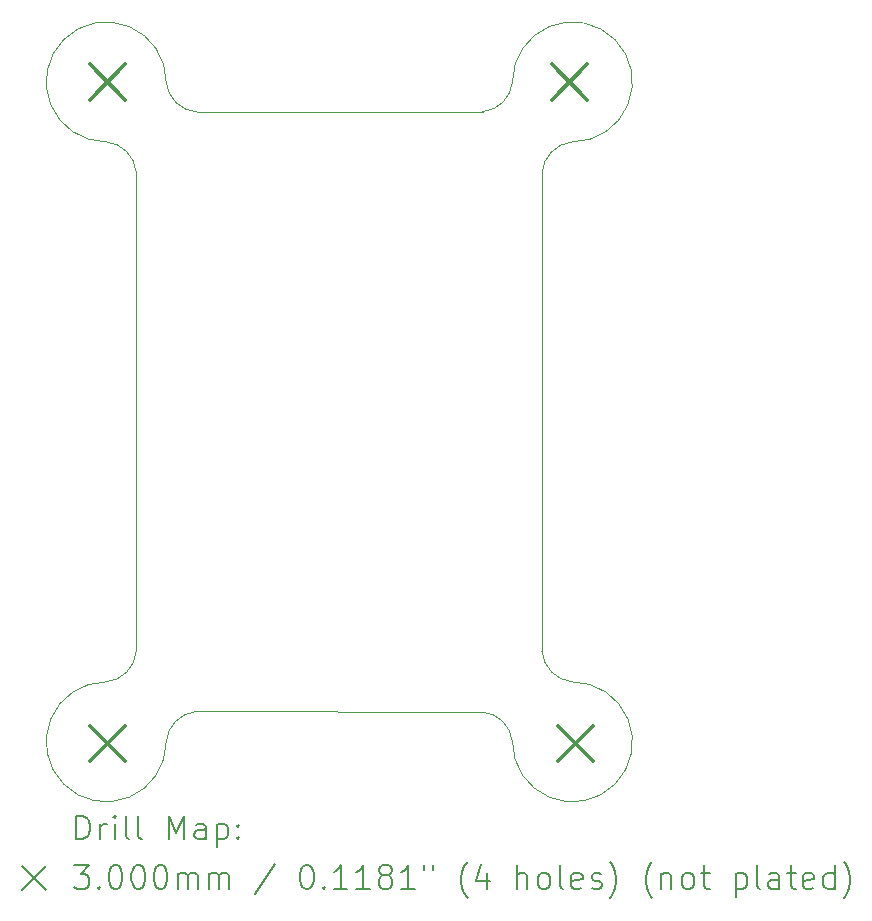
<source format=gbr>
%TF.GenerationSoftware,KiCad,Pcbnew,7.0.6*%
%TF.CreationDate,2023-09-15T11:55:40+02:00*%
%TF.ProjectId,l293d-motor-controller,6c323933-642d-46d6-9f74-6f722d636f6e,rev?*%
%TF.SameCoordinates,Original*%
%TF.FileFunction,Drillmap*%
%TF.FilePolarity,Positive*%
%FSLAX45Y45*%
G04 Gerber Fmt 4.5, Leading zero omitted, Abs format (unit mm)*
G04 Created by KiCad (PCBNEW 7.0.6) date 2023-09-15 11:55:40*
%MOMM*%
%LPD*%
G01*
G04 APERTURE LIST*
%ADD10C,0.100000*%
%ADD11C,0.200000*%
%ADD12C,0.300000*%
G04 APERTURE END LIST*
D10*
X14224000Y-9906000D02*
G75*
G03*
X13716000Y-9398000I0J508000D01*
G01*
X13464836Y-9649897D02*
G75*
G03*
X13716000Y-9398000I-25306J276397D01*
G01*
X13716000Y-14986000D02*
G75*
G03*
X14224000Y-14478000I508000J0D01*
G01*
X11039830Y-14728144D02*
G75*
G03*
X10784000Y-14986000I25760J-281396D01*
G01*
X10276000Y-14478000D02*
G75*
G03*
X10784000Y-14986000I0J-508000D01*
G01*
X11039830Y-14728144D02*
X13456456Y-14731592D01*
X13965988Y-14220367D02*
X13965537Y-10169681D01*
X13464836Y-9649897D02*
X11043544Y-9652408D01*
X10784000Y-9398000D02*
G75*
G03*
X10276000Y-9906000I-508000J0D01*
G01*
X14224000Y-9906000D02*
G75*
G03*
X13965537Y-10169681I26000J-284000D01*
G01*
X10783998Y-9398000D02*
G75*
G03*
X11043544Y-9652408I279542J25590D01*
G01*
X10530045Y-10159996D02*
G75*
G03*
X10276000Y-9906000I-279585J-25594D01*
G01*
X13716002Y-14986000D02*
G75*
G03*
X13456456Y-14731592I-279542J-25590D01*
G01*
X10276000Y-14478002D02*
G75*
G03*
X10530408Y-14218456I-25590J279542D01*
G01*
X10530045Y-10159996D02*
X10530408Y-14218456D01*
X13965988Y-14220367D02*
G75*
G03*
X14224000Y-14478000I283552J25957D01*
G01*
D11*
D12*
X10136000Y-9250000D02*
X10436000Y-9550000D01*
X10436000Y-9250000D02*
X10136000Y-9550000D01*
X10136000Y-14850000D02*
X10436000Y-15150000D01*
X10436000Y-14850000D02*
X10136000Y-15150000D01*
X14050000Y-9250000D02*
X14350000Y-9550000D01*
X14350000Y-9250000D02*
X14050000Y-9550000D01*
X14100000Y-14850000D02*
X14400000Y-15150000D01*
X14400000Y-14850000D02*
X14100000Y-15150000D01*
D11*
X10023777Y-15810484D02*
X10023777Y-15610484D01*
X10023777Y-15610484D02*
X10071396Y-15610484D01*
X10071396Y-15610484D02*
X10099967Y-15620008D01*
X10099967Y-15620008D02*
X10119015Y-15639055D01*
X10119015Y-15639055D02*
X10128539Y-15658103D01*
X10128539Y-15658103D02*
X10138063Y-15696198D01*
X10138063Y-15696198D02*
X10138063Y-15724769D01*
X10138063Y-15724769D02*
X10128539Y-15762865D01*
X10128539Y-15762865D02*
X10119015Y-15781912D01*
X10119015Y-15781912D02*
X10099967Y-15800960D01*
X10099967Y-15800960D02*
X10071396Y-15810484D01*
X10071396Y-15810484D02*
X10023777Y-15810484D01*
X10223777Y-15810484D02*
X10223777Y-15677150D01*
X10223777Y-15715246D02*
X10233301Y-15696198D01*
X10233301Y-15696198D02*
X10242824Y-15686674D01*
X10242824Y-15686674D02*
X10261872Y-15677150D01*
X10261872Y-15677150D02*
X10280920Y-15677150D01*
X10347586Y-15810484D02*
X10347586Y-15677150D01*
X10347586Y-15610484D02*
X10338063Y-15620008D01*
X10338063Y-15620008D02*
X10347586Y-15629531D01*
X10347586Y-15629531D02*
X10357110Y-15620008D01*
X10357110Y-15620008D02*
X10347586Y-15610484D01*
X10347586Y-15610484D02*
X10347586Y-15629531D01*
X10471396Y-15810484D02*
X10452348Y-15800960D01*
X10452348Y-15800960D02*
X10442824Y-15781912D01*
X10442824Y-15781912D02*
X10442824Y-15610484D01*
X10576158Y-15810484D02*
X10557110Y-15800960D01*
X10557110Y-15800960D02*
X10547586Y-15781912D01*
X10547586Y-15781912D02*
X10547586Y-15610484D01*
X10804729Y-15810484D02*
X10804729Y-15610484D01*
X10804729Y-15610484D02*
X10871396Y-15753341D01*
X10871396Y-15753341D02*
X10938063Y-15610484D01*
X10938063Y-15610484D02*
X10938063Y-15810484D01*
X11119015Y-15810484D02*
X11119015Y-15705722D01*
X11119015Y-15705722D02*
X11109491Y-15686674D01*
X11109491Y-15686674D02*
X11090444Y-15677150D01*
X11090444Y-15677150D02*
X11052348Y-15677150D01*
X11052348Y-15677150D02*
X11033301Y-15686674D01*
X11119015Y-15800960D02*
X11099967Y-15810484D01*
X11099967Y-15810484D02*
X11052348Y-15810484D01*
X11052348Y-15810484D02*
X11033301Y-15800960D01*
X11033301Y-15800960D02*
X11023777Y-15781912D01*
X11023777Y-15781912D02*
X11023777Y-15762865D01*
X11023777Y-15762865D02*
X11033301Y-15743817D01*
X11033301Y-15743817D02*
X11052348Y-15734293D01*
X11052348Y-15734293D02*
X11099967Y-15734293D01*
X11099967Y-15734293D02*
X11119015Y-15724769D01*
X11214253Y-15677150D02*
X11214253Y-15877150D01*
X11214253Y-15686674D02*
X11233301Y-15677150D01*
X11233301Y-15677150D02*
X11271396Y-15677150D01*
X11271396Y-15677150D02*
X11290443Y-15686674D01*
X11290443Y-15686674D02*
X11299967Y-15696198D01*
X11299967Y-15696198D02*
X11309491Y-15715246D01*
X11309491Y-15715246D02*
X11309491Y-15772388D01*
X11309491Y-15772388D02*
X11299967Y-15791436D01*
X11299967Y-15791436D02*
X11290443Y-15800960D01*
X11290443Y-15800960D02*
X11271396Y-15810484D01*
X11271396Y-15810484D02*
X11233301Y-15810484D01*
X11233301Y-15810484D02*
X11214253Y-15800960D01*
X11395205Y-15791436D02*
X11404729Y-15800960D01*
X11404729Y-15800960D02*
X11395205Y-15810484D01*
X11395205Y-15810484D02*
X11385682Y-15800960D01*
X11385682Y-15800960D02*
X11395205Y-15791436D01*
X11395205Y-15791436D02*
X11395205Y-15810484D01*
X11395205Y-15686674D02*
X11404729Y-15696198D01*
X11404729Y-15696198D02*
X11395205Y-15705722D01*
X11395205Y-15705722D02*
X11385682Y-15696198D01*
X11385682Y-15696198D02*
X11395205Y-15686674D01*
X11395205Y-15686674D02*
X11395205Y-15705722D01*
X9563000Y-16039000D02*
X9763000Y-16239000D01*
X9763000Y-16039000D02*
X9563000Y-16239000D01*
X10004729Y-16030484D02*
X10128539Y-16030484D01*
X10128539Y-16030484D02*
X10061872Y-16106674D01*
X10061872Y-16106674D02*
X10090444Y-16106674D01*
X10090444Y-16106674D02*
X10109491Y-16116198D01*
X10109491Y-16116198D02*
X10119015Y-16125722D01*
X10119015Y-16125722D02*
X10128539Y-16144769D01*
X10128539Y-16144769D02*
X10128539Y-16192388D01*
X10128539Y-16192388D02*
X10119015Y-16211436D01*
X10119015Y-16211436D02*
X10109491Y-16220960D01*
X10109491Y-16220960D02*
X10090444Y-16230484D01*
X10090444Y-16230484D02*
X10033301Y-16230484D01*
X10033301Y-16230484D02*
X10014253Y-16220960D01*
X10014253Y-16220960D02*
X10004729Y-16211436D01*
X10214253Y-16211436D02*
X10223777Y-16220960D01*
X10223777Y-16220960D02*
X10214253Y-16230484D01*
X10214253Y-16230484D02*
X10204729Y-16220960D01*
X10204729Y-16220960D02*
X10214253Y-16211436D01*
X10214253Y-16211436D02*
X10214253Y-16230484D01*
X10347586Y-16030484D02*
X10366634Y-16030484D01*
X10366634Y-16030484D02*
X10385682Y-16040008D01*
X10385682Y-16040008D02*
X10395205Y-16049531D01*
X10395205Y-16049531D02*
X10404729Y-16068579D01*
X10404729Y-16068579D02*
X10414253Y-16106674D01*
X10414253Y-16106674D02*
X10414253Y-16154293D01*
X10414253Y-16154293D02*
X10404729Y-16192388D01*
X10404729Y-16192388D02*
X10395205Y-16211436D01*
X10395205Y-16211436D02*
X10385682Y-16220960D01*
X10385682Y-16220960D02*
X10366634Y-16230484D01*
X10366634Y-16230484D02*
X10347586Y-16230484D01*
X10347586Y-16230484D02*
X10328539Y-16220960D01*
X10328539Y-16220960D02*
X10319015Y-16211436D01*
X10319015Y-16211436D02*
X10309491Y-16192388D01*
X10309491Y-16192388D02*
X10299967Y-16154293D01*
X10299967Y-16154293D02*
X10299967Y-16106674D01*
X10299967Y-16106674D02*
X10309491Y-16068579D01*
X10309491Y-16068579D02*
X10319015Y-16049531D01*
X10319015Y-16049531D02*
X10328539Y-16040008D01*
X10328539Y-16040008D02*
X10347586Y-16030484D01*
X10538063Y-16030484D02*
X10557110Y-16030484D01*
X10557110Y-16030484D02*
X10576158Y-16040008D01*
X10576158Y-16040008D02*
X10585682Y-16049531D01*
X10585682Y-16049531D02*
X10595205Y-16068579D01*
X10595205Y-16068579D02*
X10604729Y-16106674D01*
X10604729Y-16106674D02*
X10604729Y-16154293D01*
X10604729Y-16154293D02*
X10595205Y-16192388D01*
X10595205Y-16192388D02*
X10585682Y-16211436D01*
X10585682Y-16211436D02*
X10576158Y-16220960D01*
X10576158Y-16220960D02*
X10557110Y-16230484D01*
X10557110Y-16230484D02*
X10538063Y-16230484D01*
X10538063Y-16230484D02*
X10519015Y-16220960D01*
X10519015Y-16220960D02*
X10509491Y-16211436D01*
X10509491Y-16211436D02*
X10499967Y-16192388D01*
X10499967Y-16192388D02*
X10490444Y-16154293D01*
X10490444Y-16154293D02*
X10490444Y-16106674D01*
X10490444Y-16106674D02*
X10499967Y-16068579D01*
X10499967Y-16068579D02*
X10509491Y-16049531D01*
X10509491Y-16049531D02*
X10519015Y-16040008D01*
X10519015Y-16040008D02*
X10538063Y-16030484D01*
X10728539Y-16030484D02*
X10747586Y-16030484D01*
X10747586Y-16030484D02*
X10766634Y-16040008D01*
X10766634Y-16040008D02*
X10776158Y-16049531D01*
X10776158Y-16049531D02*
X10785682Y-16068579D01*
X10785682Y-16068579D02*
X10795205Y-16106674D01*
X10795205Y-16106674D02*
X10795205Y-16154293D01*
X10795205Y-16154293D02*
X10785682Y-16192388D01*
X10785682Y-16192388D02*
X10776158Y-16211436D01*
X10776158Y-16211436D02*
X10766634Y-16220960D01*
X10766634Y-16220960D02*
X10747586Y-16230484D01*
X10747586Y-16230484D02*
X10728539Y-16230484D01*
X10728539Y-16230484D02*
X10709491Y-16220960D01*
X10709491Y-16220960D02*
X10699967Y-16211436D01*
X10699967Y-16211436D02*
X10690444Y-16192388D01*
X10690444Y-16192388D02*
X10680920Y-16154293D01*
X10680920Y-16154293D02*
X10680920Y-16106674D01*
X10680920Y-16106674D02*
X10690444Y-16068579D01*
X10690444Y-16068579D02*
X10699967Y-16049531D01*
X10699967Y-16049531D02*
X10709491Y-16040008D01*
X10709491Y-16040008D02*
X10728539Y-16030484D01*
X10880920Y-16230484D02*
X10880920Y-16097150D01*
X10880920Y-16116198D02*
X10890444Y-16106674D01*
X10890444Y-16106674D02*
X10909491Y-16097150D01*
X10909491Y-16097150D02*
X10938063Y-16097150D01*
X10938063Y-16097150D02*
X10957110Y-16106674D01*
X10957110Y-16106674D02*
X10966634Y-16125722D01*
X10966634Y-16125722D02*
X10966634Y-16230484D01*
X10966634Y-16125722D02*
X10976158Y-16106674D01*
X10976158Y-16106674D02*
X10995205Y-16097150D01*
X10995205Y-16097150D02*
X11023777Y-16097150D01*
X11023777Y-16097150D02*
X11042825Y-16106674D01*
X11042825Y-16106674D02*
X11052348Y-16125722D01*
X11052348Y-16125722D02*
X11052348Y-16230484D01*
X11147586Y-16230484D02*
X11147586Y-16097150D01*
X11147586Y-16116198D02*
X11157110Y-16106674D01*
X11157110Y-16106674D02*
X11176158Y-16097150D01*
X11176158Y-16097150D02*
X11204729Y-16097150D01*
X11204729Y-16097150D02*
X11223777Y-16106674D01*
X11223777Y-16106674D02*
X11233301Y-16125722D01*
X11233301Y-16125722D02*
X11233301Y-16230484D01*
X11233301Y-16125722D02*
X11242824Y-16106674D01*
X11242824Y-16106674D02*
X11261872Y-16097150D01*
X11261872Y-16097150D02*
X11290443Y-16097150D01*
X11290443Y-16097150D02*
X11309491Y-16106674D01*
X11309491Y-16106674D02*
X11319015Y-16125722D01*
X11319015Y-16125722D02*
X11319015Y-16230484D01*
X11709491Y-16020960D02*
X11538063Y-16278103D01*
X11966634Y-16030484D02*
X11985682Y-16030484D01*
X11985682Y-16030484D02*
X12004729Y-16040008D01*
X12004729Y-16040008D02*
X12014253Y-16049531D01*
X12014253Y-16049531D02*
X12023777Y-16068579D01*
X12023777Y-16068579D02*
X12033301Y-16106674D01*
X12033301Y-16106674D02*
X12033301Y-16154293D01*
X12033301Y-16154293D02*
X12023777Y-16192388D01*
X12023777Y-16192388D02*
X12014253Y-16211436D01*
X12014253Y-16211436D02*
X12004729Y-16220960D01*
X12004729Y-16220960D02*
X11985682Y-16230484D01*
X11985682Y-16230484D02*
X11966634Y-16230484D01*
X11966634Y-16230484D02*
X11947586Y-16220960D01*
X11947586Y-16220960D02*
X11938063Y-16211436D01*
X11938063Y-16211436D02*
X11928539Y-16192388D01*
X11928539Y-16192388D02*
X11919015Y-16154293D01*
X11919015Y-16154293D02*
X11919015Y-16106674D01*
X11919015Y-16106674D02*
X11928539Y-16068579D01*
X11928539Y-16068579D02*
X11938063Y-16049531D01*
X11938063Y-16049531D02*
X11947586Y-16040008D01*
X11947586Y-16040008D02*
X11966634Y-16030484D01*
X12119015Y-16211436D02*
X12128539Y-16220960D01*
X12128539Y-16220960D02*
X12119015Y-16230484D01*
X12119015Y-16230484D02*
X12109491Y-16220960D01*
X12109491Y-16220960D02*
X12119015Y-16211436D01*
X12119015Y-16211436D02*
X12119015Y-16230484D01*
X12319015Y-16230484D02*
X12204729Y-16230484D01*
X12261872Y-16230484D02*
X12261872Y-16030484D01*
X12261872Y-16030484D02*
X12242825Y-16059055D01*
X12242825Y-16059055D02*
X12223777Y-16078103D01*
X12223777Y-16078103D02*
X12204729Y-16087627D01*
X12509491Y-16230484D02*
X12395206Y-16230484D01*
X12452348Y-16230484D02*
X12452348Y-16030484D01*
X12452348Y-16030484D02*
X12433301Y-16059055D01*
X12433301Y-16059055D02*
X12414253Y-16078103D01*
X12414253Y-16078103D02*
X12395206Y-16087627D01*
X12623777Y-16116198D02*
X12604729Y-16106674D01*
X12604729Y-16106674D02*
X12595206Y-16097150D01*
X12595206Y-16097150D02*
X12585682Y-16078103D01*
X12585682Y-16078103D02*
X12585682Y-16068579D01*
X12585682Y-16068579D02*
X12595206Y-16049531D01*
X12595206Y-16049531D02*
X12604729Y-16040008D01*
X12604729Y-16040008D02*
X12623777Y-16030484D01*
X12623777Y-16030484D02*
X12661872Y-16030484D01*
X12661872Y-16030484D02*
X12680920Y-16040008D01*
X12680920Y-16040008D02*
X12690444Y-16049531D01*
X12690444Y-16049531D02*
X12699967Y-16068579D01*
X12699967Y-16068579D02*
X12699967Y-16078103D01*
X12699967Y-16078103D02*
X12690444Y-16097150D01*
X12690444Y-16097150D02*
X12680920Y-16106674D01*
X12680920Y-16106674D02*
X12661872Y-16116198D01*
X12661872Y-16116198D02*
X12623777Y-16116198D01*
X12623777Y-16116198D02*
X12604729Y-16125722D01*
X12604729Y-16125722D02*
X12595206Y-16135246D01*
X12595206Y-16135246D02*
X12585682Y-16154293D01*
X12585682Y-16154293D02*
X12585682Y-16192388D01*
X12585682Y-16192388D02*
X12595206Y-16211436D01*
X12595206Y-16211436D02*
X12604729Y-16220960D01*
X12604729Y-16220960D02*
X12623777Y-16230484D01*
X12623777Y-16230484D02*
X12661872Y-16230484D01*
X12661872Y-16230484D02*
X12680920Y-16220960D01*
X12680920Y-16220960D02*
X12690444Y-16211436D01*
X12690444Y-16211436D02*
X12699967Y-16192388D01*
X12699967Y-16192388D02*
X12699967Y-16154293D01*
X12699967Y-16154293D02*
X12690444Y-16135246D01*
X12690444Y-16135246D02*
X12680920Y-16125722D01*
X12680920Y-16125722D02*
X12661872Y-16116198D01*
X12890444Y-16230484D02*
X12776158Y-16230484D01*
X12833301Y-16230484D02*
X12833301Y-16030484D01*
X12833301Y-16030484D02*
X12814253Y-16059055D01*
X12814253Y-16059055D02*
X12795206Y-16078103D01*
X12795206Y-16078103D02*
X12776158Y-16087627D01*
X12966634Y-16030484D02*
X12966634Y-16068579D01*
X13042825Y-16030484D02*
X13042825Y-16068579D01*
X13338063Y-16306674D02*
X13328539Y-16297150D01*
X13328539Y-16297150D02*
X13309491Y-16268579D01*
X13309491Y-16268579D02*
X13299968Y-16249531D01*
X13299968Y-16249531D02*
X13290444Y-16220960D01*
X13290444Y-16220960D02*
X13280920Y-16173341D01*
X13280920Y-16173341D02*
X13280920Y-16135246D01*
X13280920Y-16135246D02*
X13290444Y-16087627D01*
X13290444Y-16087627D02*
X13299968Y-16059055D01*
X13299968Y-16059055D02*
X13309491Y-16040008D01*
X13309491Y-16040008D02*
X13328539Y-16011436D01*
X13328539Y-16011436D02*
X13338063Y-16001912D01*
X13499968Y-16097150D02*
X13499968Y-16230484D01*
X13452348Y-16020960D02*
X13404729Y-16163817D01*
X13404729Y-16163817D02*
X13528539Y-16163817D01*
X13757110Y-16230484D02*
X13757110Y-16030484D01*
X13842825Y-16230484D02*
X13842825Y-16125722D01*
X13842825Y-16125722D02*
X13833301Y-16106674D01*
X13833301Y-16106674D02*
X13814253Y-16097150D01*
X13814253Y-16097150D02*
X13785682Y-16097150D01*
X13785682Y-16097150D02*
X13766634Y-16106674D01*
X13766634Y-16106674D02*
X13757110Y-16116198D01*
X13966634Y-16230484D02*
X13947587Y-16220960D01*
X13947587Y-16220960D02*
X13938063Y-16211436D01*
X13938063Y-16211436D02*
X13928539Y-16192388D01*
X13928539Y-16192388D02*
X13928539Y-16135246D01*
X13928539Y-16135246D02*
X13938063Y-16116198D01*
X13938063Y-16116198D02*
X13947587Y-16106674D01*
X13947587Y-16106674D02*
X13966634Y-16097150D01*
X13966634Y-16097150D02*
X13995206Y-16097150D01*
X13995206Y-16097150D02*
X14014253Y-16106674D01*
X14014253Y-16106674D02*
X14023777Y-16116198D01*
X14023777Y-16116198D02*
X14033301Y-16135246D01*
X14033301Y-16135246D02*
X14033301Y-16192388D01*
X14033301Y-16192388D02*
X14023777Y-16211436D01*
X14023777Y-16211436D02*
X14014253Y-16220960D01*
X14014253Y-16220960D02*
X13995206Y-16230484D01*
X13995206Y-16230484D02*
X13966634Y-16230484D01*
X14147587Y-16230484D02*
X14128539Y-16220960D01*
X14128539Y-16220960D02*
X14119015Y-16201912D01*
X14119015Y-16201912D02*
X14119015Y-16030484D01*
X14299968Y-16220960D02*
X14280920Y-16230484D01*
X14280920Y-16230484D02*
X14242825Y-16230484D01*
X14242825Y-16230484D02*
X14223777Y-16220960D01*
X14223777Y-16220960D02*
X14214253Y-16201912D01*
X14214253Y-16201912D02*
X14214253Y-16125722D01*
X14214253Y-16125722D02*
X14223777Y-16106674D01*
X14223777Y-16106674D02*
X14242825Y-16097150D01*
X14242825Y-16097150D02*
X14280920Y-16097150D01*
X14280920Y-16097150D02*
X14299968Y-16106674D01*
X14299968Y-16106674D02*
X14309491Y-16125722D01*
X14309491Y-16125722D02*
X14309491Y-16144769D01*
X14309491Y-16144769D02*
X14214253Y-16163817D01*
X14385682Y-16220960D02*
X14404730Y-16230484D01*
X14404730Y-16230484D02*
X14442825Y-16230484D01*
X14442825Y-16230484D02*
X14461872Y-16220960D01*
X14461872Y-16220960D02*
X14471396Y-16201912D01*
X14471396Y-16201912D02*
X14471396Y-16192388D01*
X14471396Y-16192388D02*
X14461872Y-16173341D01*
X14461872Y-16173341D02*
X14442825Y-16163817D01*
X14442825Y-16163817D02*
X14414253Y-16163817D01*
X14414253Y-16163817D02*
X14395206Y-16154293D01*
X14395206Y-16154293D02*
X14385682Y-16135246D01*
X14385682Y-16135246D02*
X14385682Y-16125722D01*
X14385682Y-16125722D02*
X14395206Y-16106674D01*
X14395206Y-16106674D02*
X14414253Y-16097150D01*
X14414253Y-16097150D02*
X14442825Y-16097150D01*
X14442825Y-16097150D02*
X14461872Y-16106674D01*
X14538063Y-16306674D02*
X14547587Y-16297150D01*
X14547587Y-16297150D02*
X14566634Y-16268579D01*
X14566634Y-16268579D02*
X14576158Y-16249531D01*
X14576158Y-16249531D02*
X14585682Y-16220960D01*
X14585682Y-16220960D02*
X14595206Y-16173341D01*
X14595206Y-16173341D02*
X14595206Y-16135246D01*
X14595206Y-16135246D02*
X14585682Y-16087627D01*
X14585682Y-16087627D02*
X14576158Y-16059055D01*
X14576158Y-16059055D02*
X14566634Y-16040008D01*
X14566634Y-16040008D02*
X14547587Y-16011436D01*
X14547587Y-16011436D02*
X14538063Y-16001912D01*
X14899968Y-16306674D02*
X14890444Y-16297150D01*
X14890444Y-16297150D02*
X14871396Y-16268579D01*
X14871396Y-16268579D02*
X14861872Y-16249531D01*
X14861872Y-16249531D02*
X14852349Y-16220960D01*
X14852349Y-16220960D02*
X14842825Y-16173341D01*
X14842825Y-16173341D02*
X14842825Y-16135246D01*
X14842825Y-16135246D02*
X14852349Y-16087627D01*
X14852349Y-16087627D02*
X14861872Y-16059055D01*
X14861872Y-16059055D02*
X14871396Y-16040008D01*
X14871396Y-16040008D02*
X14890444Y-16011436D01*
X14890444Y-16011436D02*
X14899968Y-16001912D01*
X14976158Y-16097150D02*
X14976158Y-16230484D01*
X14976158Y-16116198D02*
X14985682Y-16106674D01*
X14985682Y-16106674D02*
X15004730Y-16097150D01*
X15004730Y-16097150D02*
X15033301Y-16097150D01*
X15033301Y-16097150D02*
X15052349Y-16106674D01*
X15052349Y-16106674D02*
X15061872Y-16125722D01*
X15061872Y-16125722D02*
X15061872Y-16230484D01*
X15185682Y-16230484D02*
X15166634Y-16220960D01*
X15166634Y-16220960D02*
X15157111Y-16211436D01*
X15157111Y-16211436D02*
X15147587Y-16192388D01*
X15147587Y-16192388D02*
X15147587Y-16135246D01*
X15147587Y-16135246D02*
X15157111Y-16116198D01*
X15157111Y-16116198D02*
X15166634Y-16106674D01*
X15166634Y-16106674D02*
X15185682Y-16097150D01*
X15185682Y-16097150D02*
X15214253Y-16097150D01*
X15214253Y-16097150D02*
X15233301Y-16106674D01*
X15233301Y-16106674D02*
X15242825Y-16116198D01*
X15242825Y-16116198D02*
X15252349Y-16135246D01*
X15252349Y-16135246D02*
X15252349Y-16192388D01*
X15252349Y-16192388D02*
X15242825Y-16211436D01*
X15242825Y-16211436D02*
X15233301Y-16220960D01*
X15233301Y-16220960D02*
X15214253Y-16230484D01*
X15214253Y-16230484D02*
X15185682Y-16230484D01*
X15309492Y-16097150D02*
X15385682Y-16097150D01*
X15338063Y-16030484D02*
X15338063Y-16201912D01*
X15338063Y-16201912D02*
X15347587Y-16220960D01*
X15347587Y-16220960D02*
X15366634Y-16230484D01*
X15366634Y-16230484D02*
X15385682Y-16230484D01*
X15604730Y-16097150D02*
X15604730Y-16297150D01*
X15604730Y-16106674D02*
X15623777Y-16097150D01*
X15623777Y-16097150D02*
X15661873Y-16097150D01*
X15661873Y-16097150D02*
X15680920Y-16106674D01*
X15680920Y-16106674D02*
X15690444Y-16116198D01*
X15690444Y-16116198D02*
X15699968Y-16135246D01*
X15699968Y-16135246D02*
X15699968Y-16192388D01*
X15699968Y-16192388D02*
X15690444Y-16211436D01*
X15690444Y-16211436D02*
X15680920Y-16220960D01*
X15680920Y-16220960D02*
X15661873Y-16230484D01*
X15661873Y-16230484D02*
X15623777Y-16230484D01*
X15623777Y-16230484D02*
X15604730Y-16220960D01*
X15814253Y-16230484D02*
X15795206Y-16220960D01*
X15795206Y-16220960D02*
X15785682Y-16201912D01*
X15785682Y-16201912D02*
X15785682Y-16030484D01*
X15976158Y-16230484D02*
X15976158Y-16125722D01*
X15976158Y-16125722D02*
X15966634Y-16106674D01*
X15966634Y-16106674D02*
X15947587Y-16097150D01*
X15947587Y-16097150D02*
X15909492Y-16097150D01*
X15909492Y-16097150D02*
X15890444Y-16106674D01*
X15976158Y-16220960D02*
X15957111Y-16230484D01*
X15957111Y-16230484D02*
X15909492Y-16230484D01*
X15909492Y-16230484D02*
X15890444Y-16220960D01*
X15890444Y-16220960D02*
X15880920Y-16201912D01*
X15880920Y-16201912D02*
X15880920Y-16182865D01*
X15880920Y-16182865D02*
X15890444Y-16163817D01*
X15890444Y-16163817D02*
X15909492Y-16154293D01*
X15909492Y-16154293D02*
X15957111Y-16154293D01*
X15957111Y-16154293D02*
X15976158Y-16144769D01*
X16042825Y-16097150D02*
X16119015Y-16097150D01*
X16071396Y-16030484D02*
X16071396Y-16201912D01*
X16071396Y-16201912D02*
X16080920Y-16220960D01*
X16080920Y-16220960D02*
X16099968Y-16230484D01*
X16099968Y-16230484D02*
X16119015Y-16230484D01*
X16261873Y-16220960D02*
X16242825Y-16230484D01*
X16242825Y-16230484D02*
X16204730Y-16230484D01*
X16204730Y-16230484D02*
X16185682Y-16220960D01*
X16185682Y-16220960D02*
X16176158Y-16201912D01*
X16176158Y-16201912D02*
X16176158Y-16125722D01*
X16176158Y-16125722D02*
X16185682Y-16106674D01*
X16185682Y-16106674D02*
X16204730Y-16097150D01*
X16204730Y-16097150D02*
X16242825Y-16097150D01*
X16242825Y-16097150D02*
X16261873Y-16106674D01*
X16261873Y-16106674D02*
X16271396Y-16125722D01*
X16271396Y-16125722D02*
X16271396Y-16144769D01*
X16271396Y-16144769D02*
X16176158Y-16163817D01*
X16442825Y-16230484D02*
X16442825Y-16030484D01*
X16442825Y-16220960D02*
X16423777Y-16230484D01*
X16423777Y-16230484D02*
X16385682Y-16230484D01*
X16385682Y-16230484D02*
X16366634Y-16220960D01*
X16366634Y-16220960D02*
X16357111Y-16211436D01*
X16357111Y-16211436D02*
X16347587Y-16192388D01*
X16347587Y-16192388D02*
X16347587Y-16135246D01*
X16347587Y-16135246D02*
X16357111Y-16116198D01*
X16357111Y-16116198D02*
X16366634Y-16106674D01*
X16366634Y-16106674D02*
X16385682Y-16097150D01*
X16385682Y-16097150D02*
X16423777Y-16097150D01*
X16423777Y-16097150D02*
X16442825Y-16106674D01*
X16519015Y-16306674D02*
X16528539Y-16297150D01*
X16528539Y-16297150D02*
X16547587Y-16268579D01*
X16547587Y-16268579D02*
X16557111Y-16249531D01*
X16557111Y-16249531D02*
X16566634Y-16220960D01*
X16566634Y-16220960D02*
X16576158Y-16173341D01*
X16576158Y-16173341D02*
X16576158Y-16135246D01*
X16576158Y-16135246D02*
X16566634Y-16087627D01*
X16566634Y-16087627D02*
X16557111Y-16059055D01*
X16557111Y-16059055D02*
X16547587Y-16040008D01*
X16547587Y-16040008D02*
X16528539Y-16011436D01*
X16528539Y-16011436D02*
X16519015Y-16001912D01*
M02*

</source>
